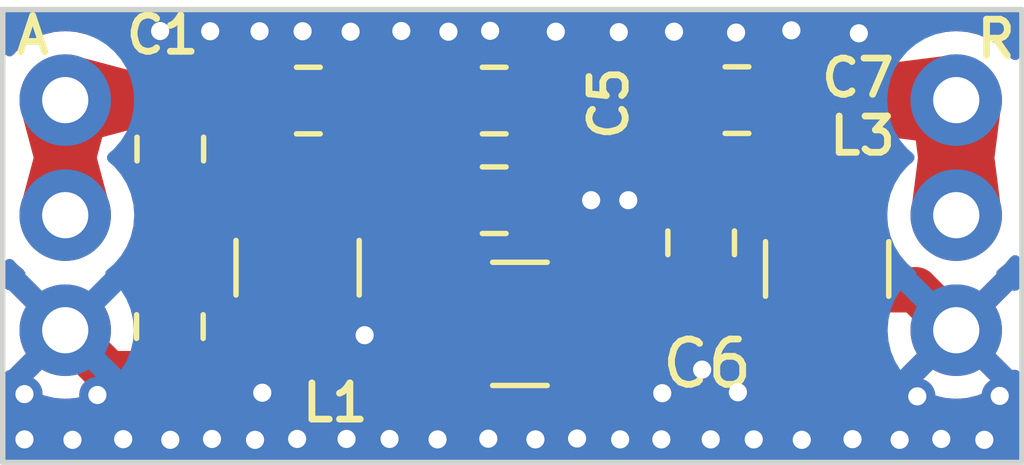
<source format=kicad_pcb>
(kicad_pcb (version 20240108) (generator "pcbnew") (generator_version "8.0")
  (layers (0 "F.Cu" signal) (31 "B.Cu" signal) (34 "B.Paste" user) (35 "F.Paste" user) (36 "B.SilkS" user "B.Silkscreen") (37 "F.SilkS" user "F.Silkscreen") (38 "B.Mask" user) (39 "F.Mask" user) (44 "Edge.Cuts" user))
  (net 0 "")
  (net 1 "Net-(C1-Pad1)")
  (net 2 "GND")
  (net 3 "Net-(C1-Pad2)")
  (net 4 "Net-(C3-Pad2)")
  (net 5 "Net-(C5-Pad2)")
  (net 6 "Net-(C7-Pad2)")
  (footprint "footprints:PinHeader_1x3_P2.54mm_Drill1.02mm_Modded_2" (layer "F.Cu") (at 101.38 101.5 -90)
    (property "Reference" "J1" (hide yes))
    (property "Value" "Antenna" (hide yes))
    (pad "1" thru_hole circle (at 0 0 270) (size 2.02 2.02) (drill 1.02) (layers "*.Cu" "*.Mask") (net 1 "Net-(C1-Pad1)"))
    (pad "2" thru_hole circle (at 2.54 0 270) (size 2.02 2.02) (drill 1.02) (layers "*.Cu" "*.Mask") (net 1 "Net-(C1-Pad1)"))
    (pad "3" thru_hole circle (at 5.08 0 270) (size 2.02 2.02) (drill 1.02) (layers "*.Cu" "*.Mask") (net 2 "GND"))
  )
  (footprint "Capacitor_SMD:C_0805_2012Metric_Pad1.18x1.45mm_HandSolder" (layer "F.Cu") (at 116.21 101.5)
    (property "Reference" "C7" (at 2.67 -0.49 180) (layer "F.SilkS") (effects (font (size 0.8 0.8))))
    (property "Value" "47p" (hide yes))
    (fp_line (start -0.261252 -0.735) (end 0.261252 -0.735) (stroke (width 0.12)) (layer "F.SilkS"))
    (fp_line (start -0.261252 0.735) (end 0.261252 0.735) (stroke (width 0.12)) (layer "F.SilkS"))
    (pad "1" smd roundrect (at -1.0375 0) (size 1.175 1.45) (layers "F.Cu" "F.Paste" "F.Mask") (roundrect_rratio 0.2127659574) (net 5 "Net-(C5-Pad2)"))
    (pad "2" smd roundrect (at 1.0375 0) (size 1.175 1.45) (layers "F.Cu" "F.Paste" "F.Mask") (roundrect_rratio 0.2127659574) (net 6 "Net-(C7-Pad2)"))
  )
  (footprint "footprints:PinHeader_1x3_P2.54mm_Drill1.02mm_Modded_2" (layer "F.Cu") (at 121.05 101.5 -90)
    (property "Reference" "J2" (hide yes))
    (property "Value" "Input" (hide yes))
    (pad "1" thru_hole circle (at 0 0 270) (size 2.02 2.02) (drill 1.02) (layers "*.Cu" "*.Mask") (net 6 "Net-(C7-Pad2)"))
    (pad "2" thru_hole circle (at 2.54 0 270) (size 2.02 2.02) (drill 1.02) (layers "*.Cu" "*.Mask") (net 6 "Net-(C7-Pad2)"))
    (pad "3" thru_hole circle (at 5.08 0 270) (size 2.02 2.02) (drill 1.02) (layers "*.Cu" "*.Mask") (net 2 "GND"))
  )
  (footprint "Capacitor_SMD:C_0805_2012Metric_Pad1.18x1.45mm_HandSolder" (layer "F.Cu") (at 110.85 103.71 180)
    (property "Reference" "C4" (hide yes))
    (property "Value" "270p" (hide yes))
    (fp_line (start -0.261252 0.735) (end 0.261252 0.735) (stroke (width 0.12)) (layer "F.SilkS"))
    (fp_line (start -0.261252 -0.735) (end 0.261252 -0.735) (stroke (width 0.12)) (layer "F.SilkS"))
    (pad "1" smd roundrect (at -1.0375 0 180) (size 1.175 1.45) (layers "F.Cu" "F.Paste" "F.Mask") (roundrect_rratio 0.2127659574) (net 2 "GND"))
    (pad "2" smd roundrect (at 1.0375 0 180) (size 1.175 1.45) (layers "F.Cu" "F.Paste" "F.Mask") (roundrect_rratio 0.2127659574) (net 4 "Net-(C3-Pad2)"))
  )
  (footprint "Capacitor_SMD:C_0805_2012Metric_Pad1.18x1.45mm_HandSolder" (layer "F.Cu") (at 106.7475 101.51)
    (property "Reference" "C3" (hide yes))
    (property "Value" "16p" (hide yes))
    (fp_line (start -0.261252 -0.735) (end 0.261252 -0.735) (stroke (width 0.12)) (layer "F.SilkS"))
    (fp_line (start -0.261252 0.735) (end 0.261252 0.735) (stroke (width 0.12)) (layer "F.SilkS"))
    (pad "1" smd roundrect (at -1.0375 0) (size 1.175 1.45) (layers "F.Cu" "F.Paste" "F.Mask") (roundrect_rratio 0.2127659574) (net 3 "Net-(C1-Pad2)"))
    (pad "2" smd roundrect (at 1.0375 0) (size 1.175 1.45) (layers "F.Cu" "F.Paste" "F.Mask") (roundrect_rratio 0.2127659574) (net 4 "Net-(C3-Pad2)"))
  )
  (footprint "Capacitor_SMD:C_0805_2012Metric_Pad1.18x1.45mm_HandSolder" (layer "F.Cu") (at 110.85 101.51)
    (property "Reference" "C5" (at 2.53 0.06 90) (layer "F.SilkS") (effects (font (size 0.8 0.8))))
    (property "Value" "16p" (hide yes))
    (fp_line (start -0.261252 -0.735) (end 0.261252 -0.735) (stroke (width 0.12)) (layer "F.SilkS"))
    (fp_line (start -0.261252 0.735) (end 0.261252 0.735) (stroke (width 0.12)) (layer "F.SilkS"))
    (pad "1" smd roundrect (at -1.0375 0) (size 1.175 1.45) (layers "F.Cu" "F.Paste" "F.Mask") (roundrect_rratio 0.2127659574) (net 4 "Net-(C3-Pad2)"))
    (pad "2" smd roundrect (at 1.0375 0) (size 1.175 1.45) (layers "F.Cu" "F.Paste" "F.Mask") (roundrect_rratio 0.2127659574) (net 5 "Net-(C5-Pad2)"))
  )
  (footprint "Capacitor_SMD:C_0805_2012Metric_Pad1.18x1.45mm_HandSolder" (layer "F.Cu") (at 103.7 102.58 -90)
    (property "Reference" "C1" (at -2.52 0.17 180) (layer "F.SilkS") (effects (font (size 0.8 0.8))))
    (property "Value" "47p" (hide yes))
    (fp_line (start -0.261252 0.735) (end 0.261252 0.735) (stroke (width 0.12)) (layer "F.SilkS"))
    (fp_line (start -0.261252 -0.735) (end 0.261252 -0.735) (stroke (width 0.12)) (layer "F.SilkS"))
    (pad "1" smd roundrect (at -1.0375 0 270) (size 1.175 1.45) (layers "F.Cu" "F.Paste" "F.Mask") (roundrect_rratio 0.2127659574) (net 1 "Net-(C1-Pad1)"))
    (pad "2" smd roundrect (at 1.0375 0 270) (size 1.175 1.45) (layers "F.Cu" "F.Paste" "F.Mask") (roundrect_rratio 0.2127659574) (net 3 "Net-(C1-Pad2)"))
  )
  (footprint "Capacitor_SMD:C_0805_2012Metric_Pad1.18x1.45mm_HandSolder" (layer "F.Cu") (at 115.419 104.65 90)
    (property "Reference" "C6" (at -2.67 0.131 180) (layer "F.SilkS"))
    (property "Value" "240p" (hide yes))
    (fp_line (start -0.261252 -0.735) (end 0.261252 -0.735) (stroke (width 0.12)) (layer "F.SilkS"))
    (fp_line (start -0.261252 0.735) (end 0.261252 0.735) (stroke (width 0.12)) (layer "F.SilkS"))
    (pad "1" smd roundrect (at -1.0375 0 90) (size 1.175 1.45) (layers "F.Cu" "F.Paste" "F.Mask") (roundrect_rratio 0.2127659574) (net 2 "GND"))
    (pad "2" smd roundrect (at 1.0375 0 90) (size 1.175 1.45) (layers "F.Cu" "F.Paste" "F.Mask") (roundrect_rratio 0.2127659574) (net 5 "Net-(C5-Pad2)"))
  )
  (footprint "Inductor_SMD:L_1210_3225Metric_Pad1.42x2.65mm_HandSolder" (layer "F.Cu") (at 111.4175 106.44)
    (property "Reference" "L2" (hide yes))
    (property "Value" "100n" (hide yes))
    (fp_line (start -0.602064 -1.36) (end 0.602064 -1.36) (stroke (width 0.12)) (layer "F.SilkS"))
    (fp_line (start -0.602064 1.36) (end 0.602064 1.36) (stroke (width 0.12)) (layer "F.SilkS"))
    (pad "1" smd roundrect (at -1.4875 0) (size 1.425 2.65) (layers "F.Cu" "F.Paste" "F.Mask") (roundrect_rratio 0.1754392982) (net 4 "Net-(C3-Pad2)"))
    (pad "2" smd roundrect (at 1.4875 0) (size 1.425 2.65) (layers "F.Cu" "F.Paste" "F.Mask") (roundrect_rratio 0.1754392982) (net 2 "GND"))
  )
  (footprint "Inductor_SMD:L_1210_3225Metric_Pad1.42x2.65mm_HandSolder" (layer "F.Cu") (at 118.2 105.2275 -90)
    (property "Reference" "L3" (at -2.9375 -0.78 180) (layer "F.SilkS") (effects (font (size 0.8 0.8))))
    (property "Value" "100n" (hide yes))
    (fp_line (start -0.602064 1.36) (end 0.602064 1.36) (stroke (width 0.12)) (layer "F.SilkS"))
    (fp_line (start -0.602064 -1.36) (end 0.602064 -1.36) (stroke (width 0.12)) (layer "F.SilkS"))
    (pad "1" smd roundrect (at -1.4875 0 270) (size 1.425 2.65) (layers "F.Cu" "F.Paste" "F.Mask") (roundrect_rratio 0.1754392982) (net 5 "Net-(C5-Pad2)"))
    (pad "2" smd roundrect (at 1.4875 0 270) (size 1.425 2.65) (layers "F.Cu" "F.Paste" "F.Mask") (roundrect_rratio 0.1754392982) (net 2 "GND"))
  )
  (footprint "Inductor_SMD:L_1210_3225Metric_Pad1.42x2.65mm_HandSolder" (layer "F.Cu") (at 106.51 105.2 -90)
    (property "Reference" "L1" (at 2.98 -0.83 0) (layer "F.SilkS") (effects (font (size 0.8 0.8))))
    (property "Value" "100n" (hide yes))
    (fp_line (start -0.602064 1.36) (end 0.602064 1.36) (stroke (width 0.12)) (layer "F.SilkS"))
    (fp_line (start -0.602064 -1.36) (end 0.602064 -1.36) (stroke (width 0.12)) (layer "F.SilkS"))
    (pad "1" smd roundrect (at -1.4875 0 270) (size 1.425 2.65) (layers "F.Cu" "F.Paste" "F.Mask") (roundrect_rratio 0.1754392982) (net 3 "Net-(C1-Pad2)"))
    (pad "2" smd roundrect (at 1.4875 0 270) (size 1.425 2.65) (layers "F.Cu" "F.Paste" "F.Mask") (roundrect_rratio 0.1754392982) (net 2 "GND"))
  )
  (footprint "Capacitor_SMD:C_0805_2012Metric_Pad1.18x1.45mm_HandSolder" (layer "F.Cu") (at 103.69 106.5 90)
    (property "Reference" "C2" (hide yes))
    (property "Value" "240p" (hide yes))
    (fp_line (start -0.261252 -0.735) (end 0.261252 -0.735) (stroke (width 0.12)) (layer "F.SilkS"))
    (fp_line (start -0.261252 0.735) (end 0.261252 0.735) (stroke (width 0.12)) (layer "F.SilkS"))
    (pad "1" smd roundrect (at -1.0375 0 90) (size 1.175 1.45) (layers "F.Cu" "F.Paste" "F.Mask") (roundrect_rratio 0.2127659574) (net 2 "GND"))
    (pad "2" smd roundrect (at 1.0375 0 90) (size 1.175 1.45) (layers "F.Cu" "F.Paste" "F.Mask") (roundrect_rratio 0.2127659574) (net 3 "Net-(C1-Pad2)"))
  )
  (gr_rect (start 100 99.5) (end 122.5 109.5) (stroke (width 0.12)) (fill none) (layer "Edge.Cuts"))
  (gr_text "R" (at 121.43 100.62 0) (layer "F.SilkS") (effects (font (size 0.8 0.8)) (justify left bottom)))
  (gr_text "A\n" (at 100.22 100.54 0) (layer "F.SilkS") (effects (font (size 0.8 0.8)) (justify left bottom)))
  (segment (start 101.38 101.5) (end 103.6575 101.5) (width 1) (layer "F.Cu") (net 1))
  (segment (start 101.38 101.5) (end 101.38 104.04) (width 1) (layer "F.Cu") (net 1))
  (segment (start 105.66 107.5375) (end 106.51 106.6875) (width 1) (layer "F.Cu") (net 2))
  (segment (start 120.1575 105.6875) (end 121.05 106.58) (width 1) (layer "F.Cu") (net 2))
  (segment (start 112.99 103.71) (end 113.81 103.71) (width 1) (layer "F.Cu") (net 2))
  (segment (start 112.905 106.44) (end 112.905 104.035) (width 1) (layer "F.Cu") (net 2))
  (segment (start 115.419 105.6875) (end 118.13 105.6875) (width 1) (layer "F.Cu") (net 2))
  (segment (start 112.58 103.71) (end 112.99 103.71) (width 1) (layer "F.Cu") (net 2))
  (segment (start 103.69 107.5375) (end 105.66 107.5375) (width 1) (layer "F.Cu") (net 2))
  (segment (start 103.69 107.5375) (end 102.3375 107.5375) (width 1) (layer "F.Cu") (net 2))
  (segment (start 120.1875 105.6875) (end 121.05 106.55) (width 0.5) (layer "F.Cu") (net 2))
  (segment (start 112.58 103.71) (end 112.905 104.035) (width 1) (layer "F.Cu") (net 2))
  (segment (start 102.3375 107.5375) (end 101.38 106.58) (width 1) (layer "F.Cu") (net 2))
  (segment (start 118.13 105.6875) (end 118.2 105.7575) (width 1) (layer "F.Cu") (net 2))
  (segment (start 111.8875 103.71) (end 112.58 103.71) (width 1) (layer "F.Cu") (net 2))
  (segment (start 115.419 105.6875) (end 113.6575 105.6875) (width 1) (layer "F.Cu") (net 2))
  (segment (start 118.13 105.6875) (end 120.1575 105.6875) (width 1) (layer "F.Cu") (net 2))
  (segment (start 118.2 105.7575) (end 118.2 106.715) (width 1) (layer "F.Cu") (net 2))
  (via (at 112.68 108.97) (size 0.8) (drill 0.4) (layers "F.Cu" "B.Cu") (net 2))
  (via (at 101.54 109) (size 0.8) (drill 0.4) (layers "F.Cu" "B.Cu") (net 2))
  (via (at 117.41 99.96) (size 0.8) (drill 0.4) (layers "F.Cu" "B.Cu") (net 2))
  (via (at 103.475 99.975) (size 0.8) (drill 0.4) (layers "F.Cu" "B.Cu") (net 2))
  (via (at 108.8 99.975) (size 0.8) (drill 0.4) (layers "F.Cu" "B.Cu") (net 2))
  (via (at 102.09 108.01) (size 0.8) (drill 0.4) (layers "F.Cu" "B.Cu") (net 2))
  (via (at 116.19 100.01) (size 0.8) (drill 0.4) (layers "F.Cu" "B.Cu") (net 2))
  (via (at 113.63 108.99) (size 0.8) (drill 0.4) (layers "F.Cu" "B.Cu") (net 2))
  (via (at 117.64 109) (size 0.8) (drill 0.4) (layers "F.Cu" "B.Cu") (net 2))
  (via (at 107.99 106.69) (size 0.8) (drill 0.4) (layers "F.Cu" "B.Cu") (net 2))
  (via (at 112.99 103.71) (size 0.8) (drill 0.4) (layers "F.Cu" "B.Cu") (net 2))
  (via (at 105.67 99.98) (size 0.8) (drill 0.4) (layers "F.Cu" "B.Cu") (net 2))
  (via (at 115.63 108.99) (size 0.8) (drill 0.4) (layers "F.Cu" "B.Cu") (net 2))
  (via (at 119.8 109) (size 0.8) (drill 0.4) (layers "F.Cu" "B.Cu") (net 2))
  (via (at 110.76 99.97) (size 0.8) (drill 0.4) (layers "F.Cu" "B.Cu") (net 2))
  (via (at 118.9 100.025) (size 0.8) (drill 0.4) (layers "F.Cu" "B.Cu") (net 2))
  (via (at 104.62 108.98) (size 0.8) (drill 0.4) (layers "F.Cu" "B.Cu") (net 2))
  (via (at 102.66 108.985) (size 0.8) (drill 0.4) (layers "F.Cu" "B.Cu") (net 2))
  (via (at 118.76 108.985) (size 0.8) (drill 0.4) (layers "F.Cu" "B.Cu") (net 2))
  (via (at 113.6 100) (size 0.8) (drill 0.4) (layers "F.Cu" "B.Cu") (net 2))
  (via (at 120.19 108.04) (size 0.8) (drill 0.4) (layers "F.Cu" "B.Cu") (net 2))
  (via (at 105.57 109) (size 0.8) (drill 0.4) (layers "F.Cu" "B.Cu") (net 2))
  (via (at 100.48 107.99) (size 0.8) (drill 0.4) (layers "F.Cu" "B.Cu") (net 2))
  (via (at 103.7 109) (size 0.8) (drill 0.4) (layers "F.Cu" "B.Cu") (net 2))
  (via (at 105.73 107.96) (size 0.8) (drill 0.4) (layers "F.Cu" "B.Cu") (net 2))
  (via (at 111.76 108.99) (size 0.8) (drill 0.4) (layers "F.Cu" "B.Cu") (net 2))
  (via (at 108.54 108.98) (size 0.8) (drill 0.4) (layers "F.Cu" "B.Cu") (net 2))
  (via (at 114.54 108.99) (size 0.8) (drill 0.4) (layers "F.Cu" "B.Cu") (net 2))
  (via (at 112.21 99.99) (size 0.8) (drill 0.4) (layers "F.Cu" "B.Cu") (net 2))
  (via (at 114.56 107.97) (size 0.8) (drill 0.4) (layers "F.Cu" "B.Cu") (net 2))
  (via (at 120.72 108.98) (size 0.8) (drill 0.4) (layers "F.Cu" "B.Cu") (net 2))
  (via (at 107.68 99.99) (size 0.8) (drill 0.4) (layers "F.Cu" "B.Cu") (net 2))
  (via (at 116.58 108.99) (size 0.8) (drill 0.4) (layers "F.Cu" "B.Cu") (net 2))
  (via (at 122.01 108.03) (size 0.8) (drill 0.4) (layers "F.Cu" "B.Cu") (net 2))
  (via (at 106.5 108.98) (size 0.8) (drill 0.4) (layers "F.Cu" "B.Cu") (net 2))
  (via (at 100.48 108.99) (size 0.8) (drill 0.4) (layers "F.Cu" "B.Cu") (net 2))
  (via (at 121.67 109) (size 0.8) (drill 0.4) (layers "F.Cu" "B.Cu") (net 2))
  (via (at 115.44 107.45) (size 0.8) (drill 0.4) (layers "F.Cu" "B.Cu") (net 2))
  (via (at 109.84 99.99) (size 0.8) (drill 0.4) (layers "F.Cu" "B.Cu") (net 2))
  (via (at 106.62 99.98) (size 0.8) (drill 0.4) (layers "F.Cu" "B.Cu") (net 2))
  (via (at 104.58 99.98) (size 0.8) (drill 0.4) (layers "F.Cu" "B.Cu") (net 2))
  (via (at 110.72 108.975) (size 0.8) (drill 0.4) (layers "F.Cu" "B.Cu") (net 2))
  (via (at 113.81 103.71) (size 0.8) (drill 0.4) (layers "F.Cu" "B.Cu") (net 2))
  (via (at 116.23 107.95) (size 0.8) (drill 0.4) (layers "F.Cu" "B.Cu") (net 2))
  (via (at 114.82 99.99) (size 0.8) (drill 0.4) (layers "F.Cu" "B.Cu") (net 2))
  (via (at 107.59 108.98) (size 0.8) (drill 0.4) (layers "F.Cu" "B.Cu") (net 2))
  (via (at 109.6 108.99) (size 0.8) (drill 0.4) (layers "F.Cu" "B.Cu") (net 2))
  (segment (start 103.7 103.6175) (end 103.7 105.4525) (width 1) (layer "F.Cu") (net 3))
  (segment (start 103.7 103.6175) (end 107.0175 103.6175) (width 1) (layer "F.Cu") (net 3))
  (segment (start 105.71 101.51) (end 105.71 103.59) (width 1) (layer "F.Cu") (net 3))
  (segment (start 109.83 103.61) (end 109.83 102.58) (width 1) (layer "F.Cu") (net 4))
  (segment (start 109.83 102.58) (end 109.93 102.68) (width 1) (layer "F.Cu") (net 4))
  (segment (start 109.93 102.68) (end 109.93 106.44) (width 1) (layer "F.Cu") (net 4))
  (segment (start 107.785 101.51) (end 109.8125 101.51) (width 1) (layer "F.Cu") (net 4))
  (segment (start 109.83 102.58) (end 109.83 101.5275) (width 1) (layer "F.Cu") (net 4))
  (segment (start 115.1725 101.5) (end 115.1725 103.555) (width 1) (layer "F.Cu") (net 5))
  (segment (start 111.8875 101.51) (end 115.1625 101.51) (width 1.5) (layer "F.Cu") (net 5))
  (segment (start 115.42 103.6125) (end 118.0725 103.6125) (width 1) (layer "F.Cu") (net 5))
  (segment (start 115.1625 101.51) (end 115.1725 101.5) (width 1.5) (layer "F.Cu") (net 5))
  (segment (start 117.2475 101.5) (end 121.05 101.5) (width 1.5) (layer "F.Cu") (net 6))
  (segment (start 121.05 101.5) (end 121.05 104.04) (width 1.5) (layer "F.Cu") (net 6))
  (zone (net 2) (net_name "GND") (layer "F.Cu") (connect_pads (clearance 0.508)) (min_thickness 0.25) (fill yes (thermal_gap 0.5) (thermal_bridge_width 0.5) (island_removal_mode 1) (island_area_min 10))
    (polygon (pts (xy 100 99.5) (xy 122.5 99.5) (xy 122.52 109.51) (xy 100.02 109.51)))
  )
  (zone (net 2) (net_name "GND") (layer "B.Cu") (connect_pads (clearance 0.508)) (min_thickness 0.25) (fill yes (thermal_gap 0.5) (thermal_bridge_width 0.5))
    (polygon (pts (xy 100 99.5) (xy 122.5 99.5) (xy 122.48 109.51) (xy 99.98 109.51)))
  )
)
</source>
